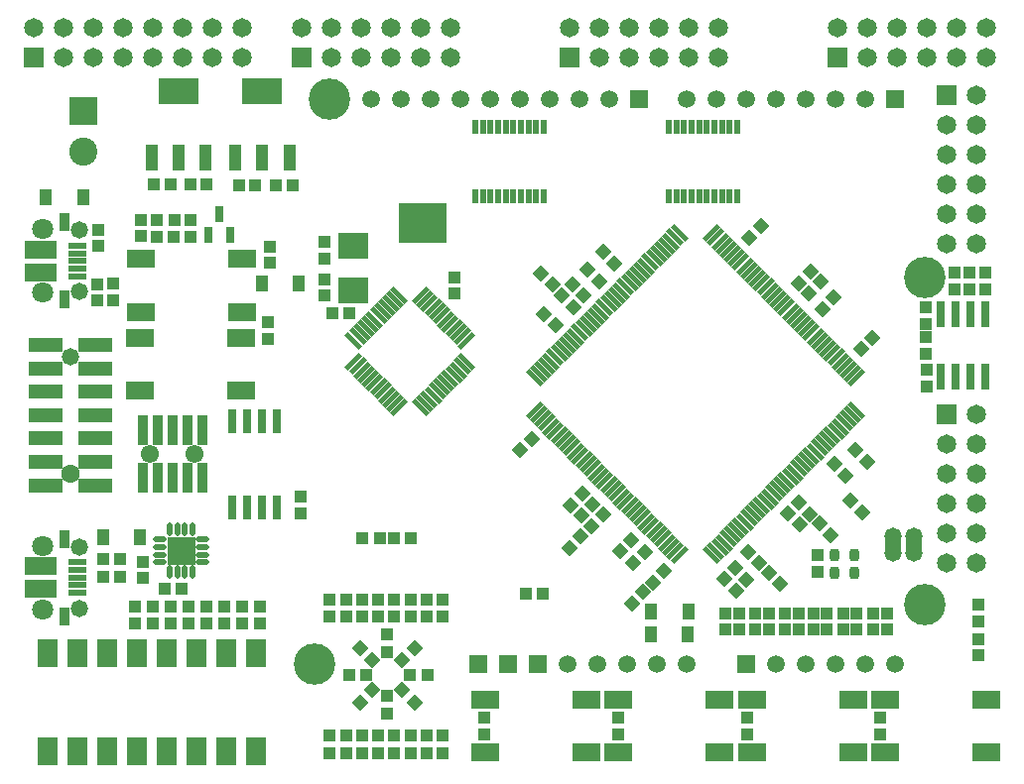
<source format=gts>
%FSLAX25Y25*%
%MOIN*%
G70*
G01*
G75*
G04 Layer_Color=8388736*
%ADD10R,0.05512X0.01575*%
%ADD11R,0.09843X0.05610*%
%ADD12R,0.02756X0.05610*%
%ADD13R,0.03347X0.04724*%
%ADD14R,0.03347X0.05000*%
%ADD15R,0.03150X0.03347*%
%ADD16C,0.05000*%
%ADD17R,0.03347X0.03150*%
%ADD18R,0.08500X0.05500*%
G04:AMPARAMS|DCode=19|XSize=33.47mil|YSize=31.5mil|CornerRadius=0mil|HoleSize=0mil|Usage=FLASHONLY|Rotation=225.000|XOffset=0mil|YOffset=0mil|HoleType=Round|Shape=Rectangle|*
%AMROTATEDRECTD19*
4,1,4,0.00070,0.02297,0.02297,0.00070,-0.00070,-0.02297,-0.02297,-0.00070,0.00070,0.02297,0.0*
%
%ADD19ROTATEDRECTD19*%

G04:AMPARAMS|DCode=20|XSize=33.47mil|YSize=31.5mil|CornerRadius=0mil|HoleSize=0mil|Usage=FLASHONLY|Rotation=315.000|XOffset=0mil|YOffset=0mil|HoleType=Round|Shape=Rectangle|*
%AMROTATEDRECTD20*
4,1,4,-0.02297,0.00070,-0.00070,0.02297,0.02297,-0.00070,0.00070,-0.02297,-0.02297,0.00070,0.0*
%
%ADD20ROTATEDRECTD20*%

%ADD21R,0.03543X0.08268*%
%ADD22R,0.12992X0.08268*%
%ADD23R,0.01378X0.03937*%
G04:AMPARAMS|DCode=24|XSize=25.59mil|YSize=33.47mil|CornerRadius=6.4mil|HoleSize=0mil|Usage=FLASHONLY|Rotation=180.000|XOffset=0mil|YOffset=0mil|HoleType=Round|Shape=RoundedRectangle|*
%AMROUNDEDRECTD24*
21,1,0.02559,0.02067,0,0,180.0*
21,1,0.01280,0.03347,0,0,180.0*
1,1,0.01280,-0.00640,0.01034*
1,1,0.01280,0.00640,0.01034*
1,1,0.01280,0.00640,-0.01034*
1,1,0.01280,-0.00640,-0.01034*
%
%ADD24ROUNDEDRECTD24*%
%ADD25R,0.06000X0.08500*%
%ADD26R,0.09449X0.07874*%
G04:AMPARAMS|DCode=27|XSize=9.84mil|YSize=59.06mil|CornerRadius=0mil|HoleSize=0mil|Usage=FLASHONLY|Rotation=315.000|XOffset=0mil|YOffset=0mil|HoleType=Round|Shape=Rectangle|*
%AMROTATEDRECTD27*
4,1,4,-0.02436,-0.01740,0.01740,0.02436,0.02436,0.01740,-0.01740,-0.02436,-0.02436,-0.01740,0.0*
%
%ADD27ROTATEDRECTD27*%

G04:AMPARAMS|DCode=28|XSize=9.84mil|YSize=59.06mil|CornerRadius=0mil|HoleSize=0mil|Usage=FLASHONLY|Rotation=45.000|XOffset=0mil|YOffset=0mil|HoleType=Round|Shape=Rectangle|*
%AMROTATEDRECTD28*
4,1,4,0.01740,-0.02436,-0.02436,0.01740,-0.01740,0.02436,0.02436,-0.01740,0.01740,-0.02436,0.0*
%
%ADD28ROTATEDRECTD28*%

%ADD29R,0.02362X0.04724*%
%ADD30R,0.02900X0.09500*%
%ADD31R,0.02362X0.08071*%
%ADD32R,0.11024X0.03937*%
%ADD33R,0.02362X0.07087*%
%ADD34R,0.08661X0.08661*%
%ADD35O,0.03740X0.01181*%
%ADD36O,0.01181X0.03740*%
%ADD37R,0.15500X0.12500*%
%ADD38C,0.02000*%
%ADD39C,0.01200*%
%ADD40C,0.00600*%
%ADD41C,0.01400*%
%ADD42C,0.00700*%
%ADD43C,0.00800*%
%ADD44R,0.05000X0.02500*%
%ADD45C,0.06299*%
%ADD46C,0.05700*%
%ADD47R,0.05700X0.05700*%
%ADD48R,0.05700X0.05700*%
%ADD49C,0.05300*%
%ADD50C,0.05500*%
%ADD51C,0.08661*%
%ADD52R,0.05100X0.05100*%
%ADD53C,0.05100*%
%ADD54C,0.13100*%
%ADD55C,0.02500*%
%ADD56C,0.02600*%
%ADD57C,0.02598*%
%ADD58C,0.01000*%
%ADD59C,0.00984*%
%ADD60C,0.02362*%
%ADD61C,0.00787*%
%ADD62C,0.01500*%
%ADD63C,0.00591*%
%ADD64C,0.00400*%
%ADD65C,0.00500*%
%ADD66R,0.05800X0.06300*%
%ADD67R,0.06312X0.02375*%
%ADD68R,0.10642X0.06410*%
%ADD69R,0.03556X0.06410*%
%ADD70R,0.04147X0.05524*%
%ADD71R,0.04147X0.05800*%
%ADD72R,0.03950X0.04147*%
%ADD73C,0.05800*%
%ADD74R,0.04147X0.03950*%
%ADD75R,0.09300X0.06300*%
G04:AMPARAMS|DCode=76|XSize=41.47mil|YSize=39.5mil|CornerRadius=0mil|HoleSize=0mil|Usage=FLASHONLY|Rotation=225.000|XOffset=0mil|YOffset=0mil|HoleType=Round|Shape=Rectangle|*
%AMROTATEDRECTD76*
4,1,4,0.00070,0.02862,0.02862,0.00070,-0.00070,-0.02862,-0.02862,-0.00070,0.00070,0.02862,0.0*
%
%ADD76ROTATEDRECTD76*%

G04:AMPARAMS|DCode=77|XSize=41.47mil|YSize=39.5mil|CornerRadius=0mil|HoleSize=0mil|Usage=FLASHONLY|Rotation=315.000|XOffset=0mil|YOffset=0mil|HoleType=Round|Shape=Rectangle|*
%AMROTATEDRECTD77*
4,1,4,-0.02862,0.00070,-0.00070,0.02862,0.02862,-0.00070,0.00070,-0.02862,-0.02862,0.00070,0.0*
%
%ADD77ROTATEDRECTD77*%

%ADD78R,0.04343X0.09068*%
%ADD79R,0.13792X0.09068*%
%ADD80R,0.02178X0.04737*%
G04:AMPARAMS|DCode=81|XSize=33.59mil|YSize=41.47mil|CornerRadius=10.4mil|HoleSize=0mil|Usage=FLASHONLY|Rotation=180.000|XOffset=0mil|YOffset=0mil|HoleType=Round|Shape=RoundedRectangle|*
%AMROUNDEDRECTD81*
21,1,0.03359,0.02067,0,0,180.0*
21,1,0.01280,0.04147,0,0,180.0*
1,1,0.02080,-0.00640,0.01034*
1,1,0.02080,0.00640,0.01034*
1,1,0.02080,0.00640,-0.01034*
1,1,0.02080,-0.00640,-0.01034*
%
%ADD81ROUNDEDRECTD81*%
%ADD82R,0.06800X0.09300*%
%ADD83R,0.10249X0.08674*%
G04:AMPARAMS|DCode=84|XSize=17.84mil|YSize=67.06mil|CornerRadius=0mil|HoleSize=0mil|Usage=FLASHONLY|Rotation=315.000|XOffset=0mil|YOffset=0mil|HoleType=Round|Shape=Rectangle|*
%AMROTATEDRECTD84*
4,1,4,-0.03002,-0.01740,0.01740,0.03002,0.03002,0.01740,-0.01740,-0.03002,-0.03002,-0.01740,0.0*
%
%ADD84ROTATEDRECTD84*%

G04:AMPARAMS|DCode=85|XSize=17.84mil|YSize=67.06mil|CornerRadius=0mil|HoleSize=0mil|Usage=FLASHONLY|Rotation=45.000|XOffset=0mil|YOffset=0mil|HoleType=Round|Shape=Rectangle|*
%AMROTATEDRECTD85*
4,1,4,0.01740,-0.03002,-0.03002,0.01740,-0.01740,0.03002,0.03002,-0.01740,0.01740,-0.03002,0.0*
%
%ADD85ROTATEDRECTD85*%

%ADD86R,0.03162X0.05524*%
%ADD87R,0.03700X0.10300*%
%ADD88R,0.03162X0.08871*%
%ADD89R,0.11824X0.04737*%
%ADD90R,0.03162X0.07887*%
%ADD91R,0.09461X0.09461*%
%ADD92O,0.04540X0.01981*%
%ADD93O,0.01981X0.04540*%
%ADD94R,0.16300X0.13300*%
%ADD95C,0.07099*%
%ADD96C,0.06500*%
%ADD97R,0.06500X0.06500*%
%ADD98R,0.06500X0.06500*%
%ADD99C,0.06100*%
%ADD100C,0.06300*%
%ADD101C,0.09461*%
%ADD102R,0.05900X0.05900*%
%ADD103C,0.05900*%
%ADD104C,0.13900*%
D66*
X294000Y79650D02*
D03*
X301000D02*
D03*
D67*
X19829Y73418D02*
D03*
Y70859D02*
D03*
Y63182D02*
D03*
Y65741D02*
D03*
Y68300D02*
D03*
Y174800D02*
D03*
Y172241D02*
D03*
Y169682D02*
D03*
Y177359D02*
D03*
Y179918D02*
D03*
D68*
X7542Y64511D02*
D03*
Y72089D02*
D03*
Y178589D02*
D03*
Y171011D02*
D03*
D69*
X15416Y81292D02*
D03*
Y55308D02*
D03*
Y161808D02*
D03*
Y187792D02*
D03*
D70*
X212401Y49300D02*
D03*
X94299Y167300D02*
D03*
X40999Y82000D02*
D03*
X225199Y56800D02*
D03*
X21799Y196100D02*
D03*
D71*
X224999Y49300D02*
D03*
X81701Y167300D02*
D03*
X28401Y82000D02*
D03*
X212601Y56800D02*
D03*
X9201Y196100D02*
D03*
D72*
X111156Y157200D02*
D03*
X105644D02*
D03*
X34156Y74400D02*
D03*
X28644D02*
D03*
X34156Y68400D02*
D03*
X28644D02*
D03*
X54756Y64600D02*
D03*
X49244D02*
D03*
X52056Y182800D02*
D03*
X46544D02*
D03*
X131647Y35400D02*
D03*
X137553D02*
D03*
X116953Y35500D02*
D03*
X111047D02*
D03*
X74044Y200100D02*
D03*
X79556D02*
D03*
X63256Y200500D02*
D03*
X57744D02*
D03*
X45644D02*
D03*
X51156D02*
D03*
X46547Y188600D02*
D03*
X52453D02*
D03*
X131756Y81400D02*
D03*
X126244D02*
D03*
X92056Y200100D02*
D03*
X86544D02*
D03*
X115447Y81400D02*
D03*
X121353D02*
D03*
X170597Y63000D02*
D03*
X176109D02*
D03*
D73*
X294000Y82300D02*
D03*
Y76500D02*
D03*
X301000D02*
D03*
Y82300D02*
D03*
X20458Y78597D02*
D03*
Y58003D02*
D03*
Y164503D02*
D03*
Y185097D02*
D03*
X17535Y142607D02*
D03*
D74*
X291700Y50844D02*
D03*
Y56356D02*
D03*
X287100Y50844D02*
D03*
Y56356D02*
D03*
X201500Y15544D02*
D03*
Y21056D02*
D03*
X156500Y15544D02*
D03*
Y21056D02*
D03*
X41800Y68044D02*
D03*
Y73556D02*
D03*
X124000Y43147D02*
D03*
Y49053D02*
D03*
Y28453D02*
D03*
Y22547D02*
D03*
X322500Y42144D02*
D03*
Y47656D02*
D03*
X304900Y143544D02*
D03*
Y149056D02*
D03*
X324700Y165244D02*
D03*
Y170756D02*
D03*
X304900Y159156D02*
D03*
Y153644D02*
D03*
X305100Y138156D02*
D03*
Y132644D02*
D03*
X319600Y165244D02*
D03*
Y170756D02*
D03*
X314500Y170756D02*
D03*
Y165244D02*
D03*
X322500Y53447D02*
D03*
X322500Y59353D02*
D03*
X39100Y52944D02*
D03*
Y58456D02*
D03*
X57800Y182944D02*
D03*
Y188456D02*
D03*
X95000Y89944D02*
D03*
Y95456D02*
D03*
X245000Y15544D02*
D03*
Y21056D02*
D03*
X289500Y15544D02*
D03*
Y21056D02*
D03*
X110029Y15053D02*
D03*
Y9147D02*
D03*
X115457Y15053D02*
D03*
Y9147D02*
D03*
X120886Y15053D02*
D03*
Y9147D02*
D03*
X131743Y15053D02*
D03*
Y9147D02*
D03*
X142600Y15053D02*
D03*
Y9147D02*
D03*
X41100Y188556D02*
D03*
Y183044D02*
D03*
X83800Y154056D02*
D03*
Y148544D02*
D03*
X84400Y179656D02*
D03*
Y174144D02*
D03*
X26600Y166956D02*
D03*
Y161444D02*
D03*
X31700Y167056D02*
D03*
Y161544D02*
D03*
X26700Y185356D02*
D03*
Y179844D02*
D03*
X102800Y181056D02*
D03*
Y175544D02*
D03*
X102900Y163144D02*
D03*
Y168656D02*
D03*
X146500Y163744D02*
D03*
Y169256D02*
D03*
X268600Y70344D02*
D03*
Y75856D02*
D03*
X237600Y50844D02*
D03*
Y56356D02*
D03*
X277100Y50844D02*
D03*
Y56356D02*
D03*
X281600Y50844D02*
D03*
Y56356D02*
D03*
X271600Y50844D02*
D03*
Y56356D02*
D03*
X45100Y52944D02*
D03*
Y58456D02*
D03*
X51100Y52944D02*
D03*
Y58456D02*
D03*
X81100D02*
D03*
Y52944D02*
D03*
X75100Y58456D02*
D03*
Y52944D02*
D03*
X69100Y58456D02*
D03*
Y52944D02*
D03*
X63100Y58456D02*
D03*
Y52944D02*
D03*
X57100Y58456D02*
D03*
Y52944D02*
D03*
X104600Y55344D02*
D03*
Y60856D02*
D03*
X110029Y55344D02*
D03*
Y60856D02*
D03*
X115457Y55344D02*
D03*
Y60856D02*
D03*
X120886Y55344D02*
D03*
Y60856D02*
D03*
X126314Y55344D02*
D03*
Y60856D02*
D03*
X131743Y55344D02*
D03*
Y60856D02*
D03*
X137171Y55344D02*
D03*
Y60856D02*
D03*
X142600Y55344D02*
D03*
Y60856D02*
D03*
X104600Y15053D02*
D03*
Y9147D02*
D03*
X137171Y15053D02*
D03*
Y9147D02*
D03*
X126314Y15053D02*
D03*
Y9147D02*
D03*
X242100Y56356D02*
D03*
Y50844D02*
D03*
X257600D02*
D03*
Y56356D02*
D03*
X247600Y50844D02*
D03*
Y56356D02*
D03*
X252100D02*
D03*
Y50844D02*
D03*
X262100Y56356D02*
D03*
Y50844D02*
D03*
X267100Y50844D02*
D03*
Y56356D02*
D03*
D75*
X75200Y175400D02*
D03*
X41200D02*
D03*
X75200Y157600D02*
D03*
X41200D02*
D03*
X156700Y9500D02*
D03*
X190700D02*
D03*
X156700Y27300D02*
D03*
X190700D02*
D03*
X201533Y9500D02*
D03*
X235533D02*
D03*
X201533Y27300D02*
D03*
X235533D02*
D03*
X246367Y9500D02*
D03*
X280367D02*
D03*
X246367Y27300D02*
D03*
X280367D02*
D03*
X291200Y9500D02*
D03*
X325200D02*
D03*
X291200Y27300D02*
D03*
X325200D02*
D03*
X74900Y149000D02*
D03*
X40900D02*
D03*
X74900Y131200D02*
D03*
X40900D02*
D03*
D76*
X128983Y30517D02*
D03*
X133159Y26341D02*
D03*
X119017Y40483D02*
D03*
X114841Y44659D02*
D03*
X248949Y73051D02*
D03*
X245051Y76949D02*
D03*
X277949Y102551D02*
D03*
X274051Y106449D02*
D03*
X196451Y177849D02*
D03*
X200349Y173951D02*
D03*
X176551Y156949D02*
D03*
X180449Y153051D02*
D03*
X186549Y159351D02*
D03*
X182651Y163249D02*
D03*
X186051Y166949D02*
D03*
X189949Y163051D02*
D03*
X175574Y170611D02*
D03*
X179472Y166714D02*
D03*
X272949Y82551D02*
D03*
X269051Y86449D02*
D03*
X265949Y89551D02*
D03*
X262051Y93449D02*
D03*
X262449Y86051D02*
D03*
X258551Y89949D02*
D03*
X195149Y167851D02*
D03*
X191251Y171749D02*
D03*
X285049Y107351D02*
D03*
X281151Y111249D02*
D03*
X241149Y63851D02*
D03*
X237251Y67749D02*
D03*
X240757Y71396D02*
D03*
X244655Y67499D02*
D03*
X283449Y90351D02*
D03*
X279551Y94249D02*
D03*
X252051Y69949D02*
D03*
X255949Y66051D02*
D03*
D77*
X128983Y40483D02*
D03*
X133159Y44659D02*
D03*
X119017Y30517D02*
D03*
X114841Y26341D02*
D03*
X206551Y73051D02*
D03*
X210449Y76949D02*
D03*
X185551Y92551D02*
D03*
X189449Y96449D02*
D03*
X273949Y162449D02*
D03*
X270051Y158551D02*
D03*
X286949Y148949D02*
D03*
X283051Y145051D02*
D03*
X249449Y186449D02*
D03*
X245551Y182551D02*
D03*
X266249Y171149D02*
D03*
X262351Y167251D02*
D03*
X192949Y92949D02*
D03*
X189051Y89051D02*
D03*
X209949Y63449D02*
D03*
X206051Y59551D02*
D03*
X188949Y82249D02*
D03*
X185051Y78351D02*
D03*
X213051Y66551D02*
D03*
X216949Y70449D02*
D03*
X269449Y167749D02*
D03*
X265551Y163851D02*
D03*
X202051Y77051D02*
D03*
X205949Y80949D02*
D03*
X196449Y89549D02*
D03*
X192551Y85651D02*
D03*
X168551Y111051D02*
D03*
X172449Y114949D02*
D03*
D78*
X44745Y209479D02*
D03*
X53800D02*
D03*
X62855D02*
D03*
X72945Y209480D02*
D03*
X82000D02*
D03*
X91055D02*
D03*
D79*
X53800Y231921D02*
D03*
X82000Y231920D02*
D03*
D80*
X176516Y219914D02*
D03*
X173957D02*
D03*
X171398D02*
D03*
X168839D02*
D03*
X166279D02*
D03*
X163721D02*
D03*
X161161D02*
D03*
X158602D02*
D03*
X156043D02*
D03*
X153484D02*
D03*
X176516Y196686D02*
D03*
X173957D02*
D03*
X171398D02*
D03*
X168839D02*
D03*
X166279D02*
D03*
X163721D02*
D03*
X161161D02*
D03*
X158602D02*
D03*
X156043D02*
D03*
X153484D02*
D03*
X241516Y219914D02*
D03*
X238957D02*
D03*
X236398D02*
D03*
X233839D02*
D03*
X231279D02*
D03*
X228720D02*
D03*
X226161D02*
D03*
X223602D02*
D03*
X221043D02*
D03*
X218484D02*
D03*
X241516Y196686D02*
D03*
X238957D02*
D03*
X236398D02*
D03*
X233839D02*
D03*
X231279D02*
D03*
X228720D02*
D03*
X226161D02*
D03*
X223602D02*
D03*
X221043D02*
D03*
X218484D02*
D03*
D81*
X280796Y76002D02*
D03*
X274300D02*
D03*
Y69900D02*
D03*
X280796D02*
D03*
D82*
X10000Y9800D02*
D03*
X20000D02*
D03*
X30000D02*
D03*
X40000D02*
D03*
X50000D02*
D03*
X60000D02*
D03*
X70000D02*
D03*
X80000D02*
D03*
X10000Y42800D02*
D03*
X20000D02*
D03*
X30000D02*
D03*
X40000D02*
D03*
X50000D02*
D03*
X60000D02*
D03*
X70000D02*
D03*
X80000D02*
D03*
D83*
X112600Y164794D02*
D03*
X112600Y179754D02*
D03*
D84*
X135219Y163330D02*
D03*
X136611Y161939D02*
D03*
X138003Y160547D02*
D03*
X139395Y159155D02*
D03*
X140787Y157763D02*
D03*
X142179Y156371D02*
D03*
X143571Y154979D02*
D03*
X144963Y153587D02*
D03*
X146355Y152195D02*
D03*
X147747Y150803D02*
D03*
X149138Y149411D02*
D03*
X150530Y148019D02*
D03*
X127981Y125470D02*
D03*
X126589Y126862D02*
D03*
X125197Y128253D02*
D03*
X123805Y129645D02*
D03*
X122413Y131037D02*
D03*
X121021Y132429D02*
D03*
X119629Y133821D02*
D03*
X118237Y135213D02*
D03*
X116845Y136605D02*
D03*
X115454Y137997D02*
D03*
X114061Y139389D02*
D03*
X112670Y140781D02*
D03*
X232928Y184147D02*
D03*
X234320Y182755D02*
D03*
X235713Y181363D02*
D03*
X237104Y179971D02*
D03*
X238496Y178579D02*
D03*
X239888Y177187D02*
D03*
X241280Y175795D02*
D03*
X242672Y174403D02*
D03*
X244064Y173011D02*
D03*
X245456Y171619D02*
D03*
X246848Y170227D02*
D03*
X248240Y168835D02*
D03*
X249632Y167443D02*
D03*
X251024Y166051D02*
D03*
X252416Y164659D02*
D03*
X253808Y163268D02*
D03*
X255200Y161875D02*
D03*
X256592Y160484D02*
D03*
X257983Y159092D02*
D03*
X259376Y157700D02*
D03*
X260767Y156308D02*
D03*
X262159Y154916D02*
D03*
X263551Y153524D02*
D03*
X264943Y152132D02*
D03*
X266335Y150740D02*
D03*
X267727Y149348D02*
D03*
X269119Y147956D02*
D03*
X270511Y146564D02*
D03*
X271903Y145172D02*
D03*
X273295Y143780D02*
D03*
X274687Y142388D02*
D03*
X276079Y140996D02*
D03*
X277471Y139604D02*
D03*
X278863Y138213D02*
D03*
X280255Y136820D02*
D03*
X281646Y135429D02*
D03*
X222071Y75854D02*
D03*
X220679Y77245D02*
D03*
X219287Y78637D02*
D03*
X217896Y80029D02*
D03*
X216504Y81421D02*
D03*
X215112Y82813D02*
D03*
X213720Y84205D02*
D03*
X212328Y85597D02*
D03*
X210936Y86989D02*
D03*
X209544Y88381D02*
D03*
X208152Y89773D02*
D03*
X206760Y91165D02*
D03*
X205368Y92557D02*
D03*
X203976Y93949D02*
D03*
X202584Y95341D02*
D03*
X201192Y96733D02*
D03*
X199800Y98124D02*
D03*
X198408Y99516D02*
D03*
X197017Y100909D02*
D03*
X195625Y102301D02*
D03*
X194232Y103692D02*
D03*
X192841Y105084D02*
D03*
X191449Y106476D02*
D03*
X190057Y107868D02*
D03*
X188665Y109260D02*
D03*
X187273Y110652D02*
D03*
X185881Y112044D02*
D03*
X184489Y113436D02*
D03*
X183097Y114828D02*
D03*
X181705Y116220D02*
D03*
X180313Y117612D02*
D03*
X178921Y119004D02*
D03*
X177529Y120396D02*
D03*
X176137Y121788D02*
D03*
X174745Y123179D02*
D03*
X173353Y124572D02*
D03*
D85*
X150530Y140781D02*
D03*
X149138Y139389D02*
D03*
X147747Y137997D02*
D03*
X146355Y136605D02*
D03*
X144963Y135213D02*
D03*
X143571Y133821D02*
D03*
X142179Y132429D02*
D03*
X140787Y131037D02*
D03*
X139395Y129645D02*
D03*
X138003Y128253D02*
D03*
X136611Y126862D02*
D03*
X135219Y125470D02*
D03*
X112670Y148019D02*
D03*
X114061Y149411D02*
D03*
X115454Y150803D02*
D03*
X116845Y152195D02*
D03*
X118237Y153587D02*
D03*
X119629Y154979D02*
D03*
X121021Y156371D02*
D03*
X122413Y157763D02*
D03*
X123805Y159155D02*
D03*
X125197Y160547D02*
D03*
X126589Y161939D02*
D03*
X127981Y163330D02*
D03*
X173353Y135429D02*
D03*
X174745Y136820D02*
D03*
X176137Y138213D02*
D03*
X177529Y139604D02*
D03*
X178921Y140997D02*
D03*
X180313Y142388D02*
D03*
X181705Y143780D02*
D03*
X183097Y145172D02*
D03*
X184489Y146564D02*
D03*
X185881Y147956D02*
D03*
X187273Y149348D02*
D03*
X188665Y150740D02*
D03*
X190057Y152132D02*
D03*
X191449Y153524D02*
D03*
X192841Y154916D02*
D03*
X194232Y156308D02*
D03*
X195625Y157700D02*
D03*
X197017Y159092D02*
D03*
X198408Y160484D02*
D03*
X199800Y161875D02*
D03*
X201192Y163268D02*
D03*
X202584Y164660D02*
D03*
X203976Y166051D02*
D03*
X205368Y167443D02*
D03*
X206760Y168835D02*
D03*
X208152Y170227D02*
D03*
X209544Y171619D02*
D03*
X210936Y173011D02*
D03*
X212328Y174403D02*
D03*
X213720Y175795D02*
D03*
X215112Y177187D02*
D03*
X216504Y178579D02*
D03*
X217896Y179971D02*
D03*
X219288Y181363D02*
D03*
X220679Y182755D02*
D03*
X222071Y184147D02*
D03*
X281646Y124572D02*
D03*
X280255Y123179D02*
D03*
X278863Y121788D02*
D03*
X277471Y120396D02*
D03*
X276079Y119004D02*
D03*
X274687Y117612D02*
D03*
X273295Y116220D02*
D03*
X271903Y114828D02*
D03*
X270511Y113436D02*
D03*
X269119Y112044D02*
D03*
X267727Y110652D02*
D03*
X266335Y109260D02*
D03*
X264943Y107868D02*
D03*
X263551Y106476D02*
D03*
X262159Y105084D02*
D03*
X260767Y103692D02*
D03*
X259376Y102301D02*
D03*
X257984Y100909D02*
D03*
X256592Y99516D02*
D03*
X255200Y98124D02*
D03*
X253808Y96733D02*
D03*
X252416Y95341D02*
D03*
X251024Y93949D02*
D03*
X249632Y92557D02*
D03*
X248240Y91165D02*
D03*
X246848Y89773D02*
D03*
X245456Y88381D02*
D03*
X244064Y86989D02*
D03*
X242672Y85597D02*
D03*
X241280Y84205D02*
D03*
X239888Y82813D02*
D03*
X238496Y81421D02*
D03*
X237104Y80029D02*
D03*
X235713Y78637D02*
D03*
X234320Y77245D02*
D03*
X232928Y75853D02*
D03*
D86*
X63860Y183457D02*
D03*
X71340D02*
D03*
X67600Y190543D02*
D03*
D87*
X61700Y117800D02*
D03*
Y101800D02*
D03*
X56700Y117800D02*
D03*
Y101800D02*
D03*
X51700Y117800D02*
D03*
Y101800D02*
D03*
X46700Y117800D02*
D03*
Y101800D02*
D03*
X41700Y117800D02*
D03*
Y101800D02*
D03*
D88*
X320000Y156832D02*
D03*
X315000D02*
D03*
Y135769D02*
D03*
X310000Y156832D02*
D03*
X325000Y135769D02*
D03*
X320000D02*
D03*
X310000D02*
D03*
X325000Y156832D02*
D03*
D89*
X26000Y99300D02*
D03*
X9071D02*
D03*
X26000Y107174D02*
D03*
X9071D02*
D03*
X26000Y115048D02*
D03*
X9071D02*
D03*
X26000Y122922D02*
D03*
X9071D02*
D03*
X26000Y130796D02*
D03*
X9071D02*
D03*
X26000Y138670D02*
D03*
X9071D02*
D03*
X26000Y146544D02*
D03*
X9071D02*
D03*
D90*
X72000Y91733D02*
D03*
X77000D02*
D03*
X82000D02*
D03*
X87000D02*
D03*
X72000Y120867D02*
D03*
X77000D02*
D03*
X82000D02*
D03*
X87000D02*
D03*
D91*
X54700Y77300D02*
D03*
X22000Y225190D02*
D03*
D92*
X61885Y81139D02*
D03*
Y78579D02*
D03*
Y76020D02*
D03*
Y73461D02*
D03*
X47515D02*
D03*
Y76020D02*
D03*
Y78579D02*
D03*
Y81139D02*
D03*
D93*
X58539Y70115D02*
D03*
X55980D02*
D03*
X53421D02*
D03*
X50861D02*
D03*
Y84485D02*
D03*
X53421D02*
D03*
X55980D02*
D03*
X58539D02*
D03*
D94*
X135900Y187572D02*
D03*
D95*
X8329Y57572D02*
D03*
Y79028D02*
D03*
Y185528D02*
D03*
Y164072D02*
D03*
D96*
X145300Y253100D02*
D03*
X135300D02*
D03*
X125300D02*
D03*
X115300D02*
D03*
X105300D02*
D03*
X95300D02*
D03*
X145300Y243100D02*
D03*
X135300D02*
D03*
X125300D02*
D03*
X115300D02*
D03*
X105300D02*
D03*
X235300Y253100D02*
D03*
X225300D02*
D03*
X215300D02*
D03*
X205300D02*
D03*
X195300D02*
D03*
X185300D02*
D03*
X235300Y243100D02*
D03*
X225300D02*
D03*
X215300D02*
D03*
X205300D02*
D03*
X195300D02*
D03*
X325300Y253100D02*
D03*
X315300D02*
D03*
X305300D02*
D03*
X295300D02*
D03*
X285300D02*
D03*
X275300D02*
D03*
X325300Y243100D02*
D03*
X315300D02*
D03*
X305300D02*
D03*
X295300D02*
D03*
X285300D02*
D03*
X322000Y73100D02*
D03*
Y83100D02*
D03*
Y93100D02*
D03*
Y103100D02*
D03*
Y113100D02*
D03*
Y123100D02*
D03*
X312000Y73100D02*
D03*
Y83100D02*
D03*
Y93100D02*
D03*
Y103100D02*
D03*
Y113100D02*
D03*
X322000Y180600D02*
D03*
Y190600D02*
D03*
Y200600D02*
D03*
Y210600D02*
D03*
Y220600D02*
D03*
Y230600D02*
D03*
X312000Y180600D02*
D03*
Y190600D02*
D03*
Y200600D02*
D03*
Y210600D02*
D03*
Y220600D02*
D03*
X15300Y243100D02*
D03*
X25300D02*
D03*
X35300D02*
D03*
X45300D02*
D03*
X55300D02*
D03*
X75300D02*
D03*
X65300D02*
D03*
X5300Y253100D02*
D03*
X15300D02*
D03*
X25300D02*
D03*
X35300D02*
D03*
X45300D02*
D03*
X55300D02*
D03*
X65300D02*
D03*
X75300D02*
D03*
D97*
X95300Y243100D02*
D03*
X185300D02*
D03*
X275300D02*
D03*
X5300D02*
D03*
D98*
X312000Y123100D02*
D03*
Y230600D02*
D03*
D99*
X59200Y109800D02*
D03*
X44200D02*
D03*
D100*
X17535Y103237D02*
D03*
D101*
X22000Y211410D02*
D03*
D102*
X154500Y39300D02*
D03*
X164500D02*
D03*
X208500Y229300D02*
D03*
X294500D02*
D03*
X244500Y39300D02*
D03*
X174500D02*
D03*
D103*
X118500Y229300D02*
D03*
X128500D02*
D03*
X138500D02*
D03*
X148500D02*
D03*
X158500D02*
D03*
X168500D02*
D03*
X178500D02*
D03*
X188500D02*
D03*
X198500D02*
D03*
X224500D02*
D03*
X234500D02*
D03*
X244500D02*
D03*
X254500D02*
D03*
X264500D02*
D03*
X274500D02*
D03*
X284500D02*
D03*
X294500Y39300D02*
D03*
X284500D02*
D03*
X274500D02*
D03*
X264500D02*
D03*
X254500D02*
D03*
X224500D02*
D03*
X214500D02*
D03*
X204500D02*
D03*
X194500D02*
D03*
X184500D02*
D03*
D104*
X304500Y169300D02*
D03*
Y59300D02*
D03*
X104500Y229300D02*
D03*
X99500Y39300D02*
D03*
M02*

</source>
